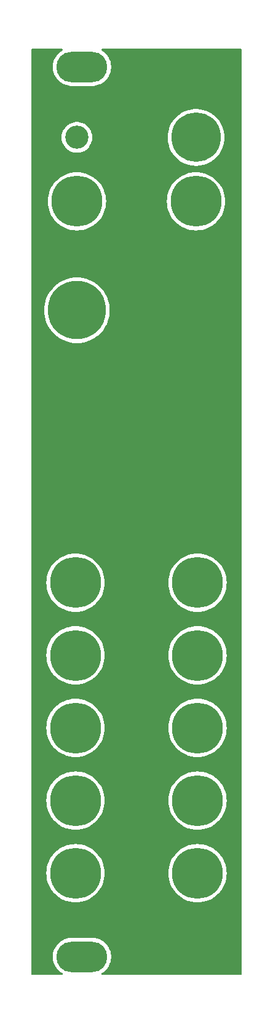
<source format=gbr>
%TF.GenerationSoftware,KiCad,Pcbnew,8.0.5+1*%
%TF.CreationDate,2024-11-27T03:26:51+08:00*%
%TF.ProjectId,MiniDiv v0.3 - Front,4d696e69-4469-4762-9076-302e33202d20,0.3*%
%TF.SameCoordinates,Original*%
%TF.FileFunction,Copper,L2,Bot*%
%TF.FilePolarity,Positive*%
%FSLAX46Y46*%
G04 Gerber Fmt 4.6, Leading zero omitted, Abs format (unit mm)*
G04 Created by KiCad (PCBNEW 8.0.5+1) date 2024-11-27 03:26:51*
%MOMM*%
%LPD*%
G01*
G04 APERTURE LIST*
%TA.AperFunction,WasherPad*%
%ADD10C,7.000000*%
%TD*%
%TA.AperFunction,WasherPad*%
%ADD11C,8.000000*%
%TD*%
%TA.AperFunction,ComponentPad*%
%ADD12O,7.000000X4.200000*%
%TD*%
%TA.AperFunction,ViaPad*%
%ADD13C,3.200000*%
%TD*%
%TA.AperFunction,ViaPad*%
%ADD14C,6.800000*%
%TD*%
G04 APERTURE END LIST*
D10*
%TO.P,REF\u002A\u002A,*%
%TO.N,*%
X78400000Y-144000000D03*
%TD*%
%TO.P,REF\u002A\u002A,*%
%TO.N,*%
X78400000Y-124000000D03*
%TD*%
%TO.P,REF\u002A\u002A,*%
%TO.N,*%
X78400000Y-114000000D03*
%TD*%
%TO.P,REF\u002A\u002A,*%
%TO.N,*%
X61600000Y-154000000D03*
%TD*%
%TO.P,REF\u002A\u002A,*%
%TO.N,*%
X78200000Y-61500000D03*
%TD*%
D11*
%TO.P,REF\u002A\u002A,*%
%TO.N,*%
X61800000Y-76500000D03*
%TD*%
D10*
%TO.P,REF\u002A\u002A,*%
%TO.N,*%
X78400000Y-134000000D03*
%TD*%
%TO.P,REF\u002A\u002A,*%
%TO.N,*%
X61600000Y-134000000D03*
%TD*%
%TO.P,REF\u002A\u002A,*%
%TO.N,*%
X78400000Y-154000000D03*
%TD*%
%TO.P,REF\u002A\u002A,*%
%TO.N,*%
X61800000Y-61500000D03*
%TD*%
D12*
%TO.P,REF\u002A\u002A,*%
%TO.N,*%
X62500000Y-43000000D03*
X62500000Y-165500000D03*
%TD*%
D10*
%TO.P,REF\u002A\u002A,*%
%TO.N,*%
X61600000Y-144000000D03*
%TD*%
%TO.P,REF\u002A\u002A,*%
%TO.N,*%
X61600000Y-124000000D03*
%TD*%
%TO.P,REF\u002A\u002A,*%
%TO.N,*%
X61600000Y-114000000D03*
%TD*%
D13*
%TO.N,*%
X61800000Y-52700000D03*
D14*
X78200000Y-52700000D03*
%TD*%
%TA.AperFunction,Conductor*%
%TO.N,GND*%
G36*
X59811658Y-40520185D02*
G01*
X59857413Y-40572989D01*
X59867357Y-40642147D01*
X59838332Y-40705703D01*
X59810591Y-40729494D01*
X59588155Y-40869259D01*
X59588153Y-40869260D01*
X59359102Y-41051921D01*
X59151921Y-41259102D01*
X58969260Y-41488153D01*
X58969259Y-41488155D01*
X58813381Y-41736233D01*
X58686264Y-42000193D01*
X58589501Y-42276725D01*
X58589497Y-42276737D01*
X58524304Y-42562368D01*
X58524302Y-42562384D01*
X58491500Y-42853505D01*
X58491500Y-43146494D01*
X58524302Y-43437615D01*
X58524304Y-43437631D01*
X58589497Y-43723262D01*
X58589501Y-43723274D01*
X58686264Y-43999806D01*
X58813381Y-44263766D01*
X58969259Y-44511844D01*
X58969260Y-44511846D01*
X59151921Y-44740897D01*
X59359102Y-44948078D01*
X59588153Y-45130739D01*
X59588156Y-45130740D01*
X59588158Y-45130742D01*
X59836231Y-45286617D01*
X60100197Y-45413737D01*
X60307892Y-45486412D01*
X60376725Y-45510498D01*
X60376737Y-45510502D01*
X60662372Y-45575696D01*
X60953505Y-45608499D01*
X60953506Y-45608500D01*
X60953510Y-45608500D01*
X64046494Y-45608500D01*
X64046494Y-45608499D01*
X64337628Y-45575696D01*
X64623263Y-45510502D01*
X64899803Y-45413737D01*
X65163769Y-45286617D01*
X65411842Y-45130742D01*
X65411846Y-45130739D01*
X65640897Y-44948078D01*
X65640899Y-44948075D01*
X65640904Y-44948072D01*
X65848072Y-44740904D01*
X66030742Y-44511842D01*
X66186617Y-44263769D01*
X66313737Y-43999803D01*
X66410502Y-43723263D01*
X66475696Y-43437628D01*
X66508500Y-43146490D01*
X66508500Y-42853510D01*
X66475696Y-42562372D01*
X66410502Y-42276737D01*
X66313737Y-42000197D01*
X66186617Y-41736231D01*
X66030742Y-41488158D01*
X66030740Y-41488155D01*
X66030739Y-41488153D01*
X65848078Y-41259102D01*
X65640897Y-41051921D01*
X65411846Y-40869260D01*
X65411844Y-40869259D01*
X65189409Y-40729494D01*
X65143118Y-40677159D01*
X65132470Y-40608106D01*
X65160845Y-40544257D01*
X65219234Y-40505885D01*
X65255381Y-40500500D01*
X84375500Y-40500500D01*
X84442539Y-40520185D01*
X84488294Y-40572989D01*
X84499500Y-40624500D01*
X84499500Y-167875500D01*
X84479815Y-167942539D01*
X84427011Y-167988294D01*
X84375500Y-167999500D01*
X65255381Y-167999500D01*
X65188342Y-167979815D01*
X65142587Y-167927011D01*
X65132643Y-167857853D01*
X65161668Y-167794297D01*
X65189409Y-167770506D01*
X65411842Y-167630742D01*
X65411846Y-167630739D01*
X65640897Y-167448078D01*
X65640899Y-167448075D01*
X65640904Y-167448072D01*
X65848072Y-167240904D01*
X66030742Y-167011842D01*
X66186617Y-166763769D01*
X66313737Y-166499803D01*
X66410502Y-166223263D01*
X66475696Y-165937628D01*
X66508500Y-165646490D01*
X66508500Y-165353510D01*
X66475696Y-165062372D01*
X66410502Y-164776737D01*
X66313737Y-164500197D01*
X66186617Y-164236231D01*
X66030742Y-163988158D01*
X66030740Y-163988155D01*
X66030739Y-163988153D01*
X65848078Y-163759102D01*
X65640897Y-163551921D01*
X65411846Y-163369260D01*
X65411844Y-163369259D01*
X65163766Y-163213381D01*
X64899806Y-163086264D01*
X64623274Y-162989501D01*
X64623262Y-162989497D01*
X64337631Y-162924304D01*
X64337615Y-162924302D01*
X64046494Y-162891500D01*
X64046490Y-162891500D01*
X60953510Y-162891500D01*
X60953506Y-162891500D01*
X60662384Y-162924302D01*
X60662368Y-162924304D01*
X60376737Y-162989497D01*
X60376725Y-162989501D01*
X60100193Y-163086264D01*
X59836233Y-163213381D01*
X59588155Y-163369259D01*
X59588153Y-163369260D01*
X59359102Y-163551921D01*
X59151921Y-163759102D01*
X58969260Y-163988153D01*
X58969259Y-163988155D01*
X58813381Y-164236233D01*
X58686264Y-164500193D01*
X58589501Y-164776725D01*
X58589497Y-164776737D01*
X58524304Y-165062368D01*
X58524302Y-165062384D01*
X58491500Y-165353505D01*
X58491500Y-165646494D01*
X58524302Y-165937615D01*
X58524304Y-165937631D01*
X58589497Y-166223262D01*
X58589501Y-166223274D01*
X58686264Y-166499806D01*
X58813381Y-166763766D01*
X58969259Y-167011844D01*
X58969260Y-167011846D01*
X59151921Y-167240897D01*
X59359102Y-167448078D01*
X59588153Y-167630739D01*
X59588155Y-167630740D01*
X59810591Y-167770506D01*
X59856882Y-167822841D01*
X59867530Y-167891894D01*
X59839155Y-167955743D01*
X59780766Y-167994115D01*
X59744619Y-167999500D01*
X55624500Y-167999500D01*
X55557461Y-167979815D01*
X55511706Y-167927011D01*
X55500500Y-167875500D01*
X55500500Y-154000000D01*
X57586666Y-154000000D01*
X57605991Y-154393376D01*
X57605991Y-154393381D01*
X57605992Y-154393385D01*
X57663780Y-154782959D01*
X57759482Y-155165019D01*
X57892155Y-155535816D01*
X57892163Y-155535836D01*
X58060555Y-155891873D01*
X58060558Y-155891878D01*
X58060559Y-155891880D01*
X58263033Y-156229686D01*
X58497655Y-156546037D01*
X58762143Y-156837856D01*
X59053962Y-157102344D01*
X59053968Y-157102349D01*
X59370311Y-157336965D01*
X59708127Y-157539445D01*
X60064164Y-157707837D01*
X60064178Y-157707842D01*
X60064183Y-157707844D01*
X60345516Y-157808506D01*
X60434991Y-157840521D01*
X60817037Y-157936219D01*
X61206624Y-157994009D01*
X61600000Y-158013334D01*
X61993376Y-157994009D01*
X62382963Y-157936219D01*
X62765009Y-157840521D01*
X63135836Y-157707837D01*
X63491873Y-157539445D01*
X63829689Y-157336965D01*
X64146032Y-157102349D01*
X64437856Y-156837856D01*
X64702349Y-156546032D01*
X64936965Y-156229689D01*
X65139445Y-155891873D01*
X65307837Y-155535836D01*
X65440521Y-155165009D01*
X65536219Y-154782963D01*
X65594009Y-154393376D01*
X65613334Y-154000000D01*
X74386666Y-154000000D01*
X74405991Y-154393376D01*
X74405991Y-154393381D01*
X74405992Y-154393385D01*
X74463780Y-154782959D01*
X74559482Y-155165019D01*
X74692155Y-155535816D01*
X74692163Y-155535836D01*
X74860555Y-155891873D01*
X74860558Y-155891878D01*
X74860559Y-155891880D01*
X75063033Y-156229686D01*
X75297655Y-156546037D01*
X75562143Y-156837856D01*
X75853962Y-157102344D01*
X75853968Y-157102349D01*
X76170311Y-157336965D01*
X76508127Y-157539445D01*
X76864164Y-157707837D01*
X76864178Y-157707842D01*
X76864183Y-157707844D01*
X77145516Y-157808506D01*
X77234991Y-157840521D01*
X77617037Y-157936219D01*
X78006624Y-157994009D01*
X78400000Y-158013334D01*
X78793376Y-157994009D01*
X79182963Y-157936219D01*
X79565009Y-157840521D01*
X79935836Y-157707837D01*
X80291873Y-157539445D01*
X80629689Y-157336965D01*
X80946032Y-157102349D01*
X81237856Y-156837856D01*
X81502349Y-156546032D01*
X81736965Y-156229689D01*
X81939445Y-155891873D01*
X82107837Y-155535836D01*
X82240521Y-155165009D01*
X82336219Y-154782963D01*
X82394009Y-154393376D01*
X82413334Y-154000000D01*
X82394009Y-153606624D01*
X82336219Y-153217037D01*
X82240521Y-152834991D01*
X82107837Y-152464164D01*
X81939445Y-152108127D01*
X81736965Y-151770311D01*
X81502349Y-151453968D01*
X81502344Y-151453962D01*
X81237856Y-151162143D01*
X80946037Y-150897655D01*
X80629686Y-150663033D01*
X80291880Y-150460559D01*
X80291878Y-150460558D01*
X80291873Y-150460555D01*
X79935836Y-150292163D01*
X79935816Y-150292155D01*
X79565019Y-150159482D01*
X79565013Y-150159480D01*
X79565009Y-150159479D01*
X79182963Y-150063781D01*
X79182962Y-150063780D01*
X79182959Y-150063780D01*
X78793385Y-150005992D01*
X78793381Y-150005991D01*
X78793376Y-150005991D01*
X78400000Y-149986666D01*
X78006624Y-150005991D01*
X78006618Y-150005991D01*
X78006614Y-150005992D01*
X77617040Y-150063780D01*
X77424497Y-150112009D01*
X77234991Y-150159479D01*
X77234988Y-150159479D01*
X77234980Y-150159482D01*
X76864183Y-150292155D01*
X76864163Y-150292163D01*
X76508119Y-150460559D01*
X76170313Y-150663033D01*
X75853962Y-150897655D01*
X75562143Y-151162143D01*
X75297655Y-151453962D01*
X75063033Y-151770313D01*
X74860559Y-152108119D01*
X74692163Y-152464163D01*
X74692155Y-152464183D01*
X74559482Y-152834980D01*
X74463780Y-153217040D01*
X74405992Y-153606614D01*
X74405991Y-153606624D01*
X74386666Y-154000000D01*
X65613334Y-154000000D01*
X65594009Y-153606624D01*
X65536219Y-153217037D01*
X65440521Y-152834991D01*
X65307837Y-152464164D01*
X65139445Y-152108127D01*
X64936965Y-151770311D01*
X64702349Y-151453968D01*
X64702344Y-151453962D01*
X64437856Y-151162143D01*
X64146037Y-150897655D01*
X63829686Y-150663033D01*
X63491880Y-150460559D01*
X63491878Y-150460558D01*
X63491873Y-150460555D01*
X63135836Y-150292163D01*
X63135816Y-150292155D01*
X62765019Y-150159482D01*
X62765013Y-150159480D01*
X62765009Y-150159479D01*
X62382963Y-150063781D01*
X62382962Y-150063780D01*
X62382959Y-150063780D01*
X61993385Y-150005992D01*
X61993381Y-150005991D01*
X61993376Y-150005991D01*
X61600000Y-149986666D01*
X61206624Y-150005991D01*
X61206618Y-150005991D01*
X61206614Y-150005992D01*
X60817040Y-150063780D01*
X60624497Y-150112009D01*
X60434991Y-150159479D01*
X60434988Y-150159479D01*
X60434980Y-150159482D01*
X60064183Y-150292155D01*
X60064163Y-150292163D01*
X59708119Y-150460559D01*
X59370313Y-150663033D01*
X59053962Y-150897655D01*
X58762143Y-151162143D01*
X58497655Y-151453962D01*
X58263033Y-151770313D01*
X58060559Y-152108119D01*
X57892163Y-152464163D01*
X57892155Y-152464183D01*
X57759482Y-152834980D01*
X57663780Y-153217040D01*
X57605992Y-153606614D01*
X57605991Y-153606624D01*
X57586666Y-154000000D01*
X55500500Y-154000000D01*
X55500500Y-144000000D01*
X57586666Y-144000000D01*
X57605991Y-144393376D01*
X57605991Y-144393381D01*
X57605992Y-144393385D01*
X57663780Y-144782959D01*
X57759482Y-145165019D01*
X57892155Y-145535816D01*
X57892163Y-145535836D01*
X58060555Y-145891873D01*
X58060558Y-145891878D01*
X58060559Y-145891880D01*
X58263033Y-146229686D01*
X58497655Y-146546037D01*
X58762143Y-146837856D01*
X59053962Y-147102344D01*
X59053968Y-147102349D01*
X59370311Y-147336965D01*
X59708127Y-147539445D01*
X60064164Y-147707837D01*
X60064178Y-147707842D01*
X60064183Y-147707844D01*
X60345516Y-147808506D01*
X60434991Y-147840521D01*
X60817037Y-147936219D01*
X61206624Y-147994009D01*
X61600000Y-148013334D01*
X61993376Y-147994009D01*
X62382963Y-147936219D01*
X62765009Y-147840521D01*
X63135836Y-147707837D01*
X63491873Y-147539445D01*
X63829689Y-147336965D01*
X64146032Y-147102349D01*
X64437856Y-146837856D01*
X64702349Y-146546032D01*
X64936965Y-146229689D01*
X65139445Y-145891873D01*
X65307837Y-145535836D01*
X65440521Y-145165009D01*
X65536219Y-144782963D01*
X65594009Y-144393376D01*
X65613334Y-144000000D01*
X74386666Y-144000000D01*
X74405991Y-144393376D01*
X74405991Y-144393381D01*
X74405992Y-144393385D01*
X74463780Y-144782959D01*
X74559482Y-145165019D01*
X74692155Y-145535816D01*
X74692163Y-145535836D01*
X74860555Y-145891873D01*
X74860558Y-145891878D01*
X74860559Y-145891880D01*
X75063033Y-146229686D01*
X75297655Y-146546037D01*
X75562143Y-146837856D01*
X75853962Y-147102344D01*
X75853968Y-147102349D01*
X76170311Y-147336965D01*
X76508127Y-147539445D01*
X76864164Y-147707837D01*
X76864178Y-147707842D01*
X76864183Y-147707844D01*
X77145516Y-147808506D01*
X77234991Y-147840521D01*
X77617037Y-147936219D01*
X78006624Y-147994009D01*
X78400000Y-148013334D01*
X78793376Y-147994009D01*
X79182963Y-147936219D01*
X79565009Y-147840521D01*
X79935836Y-147707837D01*
X80291873Y-147539445D01*
X80629689Y-147336965D01*
X80946032Y-147102349D01*
X81237856Y-146837856D01*
X81502349Y-146546032D01*
X81736965Y-146229689D01*
X81939445Y-145891873D01*
X82107837Y-145535836D01*
X82240521Y-145165009D01*
X82336219Y-144782963D01*
X82394009Y-144393376D01*
X82413334Y-144000000D01*
X82394009Y-143606624D01*
X82336219Y-143217037D01*
X82240521Y-142834991D01*
X82107837Y-142464164D01*
X81939445Y-142108127D01*
X81736965Y-141770311D01*
X81502349Y-141453968D01*
X81502344Y-141453962D01*
X81237856Y-141162143D01*
X80946037Y-140897655D01*
X80629686Y-140663033D01*
X80291880Y-140460559D01*
X80291878Y-140460558D01*
X80291873Y-140460555D01*
X79935836Y-140292163D01*
X79935816Y-140292155D01*
X79565019Y-140159482D01*
X79565013Y-140159480D01*
X79565009Y-140159479D01*
X79182963Y-140063781D01*
X79182962Y-140063780D01*
X79182959Y-140063780D01*
X78793385Y-140005992D01*
X78793381Y-140005991D01*
X78793376Y-140005991D01*
X78400000Y-139986666D01*
X78006624Y-140005991D01*
X78006618Y-140005991D01*
X78006614Y-140005992D01*
X77617040Y-140063780D01*
X77424497Y-140112009D01*
X77234991Y-140159479D01*
X77234988Y-140159479D01*
X77234980Y-140159482D01*
X76864183Y-140292155D01*
X76864163Y-140292163D01*
X76508119Y-140460559D01*
X76170313Y-140663033D01*
X75853962Y-140897655D01*
X75562143Y-141162143D01*
X75297655Y-141453962D01*
X75063033Y-141770313D01*
X74860559Y-142108119D01*
X74692163Y-142464163D01*
X74692155Y-142464183D01*
X74559482Y-142834980D01*
X74463780Y-143217040D01*
X74405992Y-143606614D01*
X74405991Y-143606624D01*
X74386666Y-144000000D01*
X65613334Y-144000000D01*
X65594009Y-143606624D01*
X65536219Y-143217037D01*
X65440521Y-142834991D01*
X65307837Y-142464164D01*
X65139445Y-142108127D01*
X64936965Y-141770311D01*
X64702349Y-141453968D01*
X64702344Y-141453962D01*
X64437856Y-141162143D01*
X64146037Y-140897655D01*
X63829686Y-140663033D01*
X63491880Y-140460559D01*
X63491878Y-140460558D01*
X63491873Y-140460555D01*
X63135836Y-140292163D01*
X63135816Y-140292155D01*
X62765019Y-140159482D01*
X62765013Y-140159480D01*
X62765009Y-140159479D01*
X62382963Y-140063781D01*
X62382962Y-140063780D01*
X62382959Y-140063780D01*
X61993385Y-140005992D01*
X61993381Y-140005991D01*
X61993376Y-140005991D01*
X61600000Y-139986666D01*
X61206624Y-140005991D01*
X61206618Y-140005991D01*
X61206614Y-140005992D01*
X60817040Y-140063780D01*
X60624497Y-140112009D01*
X60434991Y-140159479D01*
X60434988Y-140159479D01*
X60434980Y-140159482D01*
X60064183Y-140292155D01*
X60064163Y-140292163D01*
X59708119Y-140460559D01*
X59370313Y-140663033D01*
X59053962Y-140897655D01*
X58762143Y-141162143D01*
X58497655Y-141453962D01*
X58263033Y-141770313D01*
X58060559Y-142108119D01*
X57892163Y-142464163D01*
X57892155Y-142464183D01*
X57759482Y-142834980D01*
X57663780Y-143217040D01*
X57605992Y-143606614D01*
X57605991Y-143606624D01*
X57586666Y-144000000D01*
X55500500Y-144000000D01*
X55500500Y-134000000D01*
X57586666Y-134000000D01*
X57605991Y-134393376D01*
X57605991Y-134393381D01*
X57605992Y-134393385D01*
X57663780Y-134782959D01*
X57759482Y-135165019D01*
X57892155Y-135535816D01*
X57892163Y-135535836D01*
X58060555Y-135891873D01*
X58060558Y-135891878D01*
X58060559Y-135891880D01*
X58263033Y-136229686D01*
X58497655Y-136546037D01*
X58762143Y-136837856D01*
X59053962Y-137102344D01*
X59053968Y-137102349D01*
X59370311Y-137336965D01*
X59708127Y-137539445D01*
X60064164Y-137707837D01*
X60064178Y-137707842D01*
X60064183Y-137707844D01*
X60345516Y-137808506D01*
X60434991Y-137840521D01*
X60817037Y-137936219D01*
X61206624Y-137994009D01*
X61600000Y-138013334D01*
X61993376Y-137994009D01*
X62382963Y-137936219D01*
X62765009Y-137840521D01*
X63135836Y-137707837D01*
X63491873Y-137539445D01*
X63829689Y-137336965D01*
X64146032Y-137102349D01*
X64437856Y-136837856D01*
X64702349Y-136546032D01*
X64936965Y-136229689D01*
X65139445Y-135891873D01*
X65307837Y-135535836D01*
X65440521Y-135165009D01*
X65536219Y-134782963D01*
X65594009Y-134393376D01*
X65613334Y-134000000D01*
X74386666Y-134000000D01*
X74405991Y-134393376D01*
X74405991Y-134393381D01*
X74405992Y-134393385D01*
X74463780Y-134782959D01*
X74559482Y-135165019D01*
X74692155Y-135535816D01*
X74692163Y-135535836D01*
X74860555Y-135891873D01*
X74860558Y-135891878D01*
X74860559Y-135891880D01*
X75063033Y-136229686D01*
X75297655Y-136546037D01*
X75562143Y-136837856D01*
X75853962Y-137102344D01*
X75853968Y-137102349D01*
X76170311Y-137336965D01*
X76508127Y-137539445D01*
X76864164Y-137707837D01*
X76864178Y-137707842D01*
X76864183Y-137707844D01*
X77145516Y-137808506D01*
X77234991Y-137840521D01*
X77617037Y-137936219D01*
X78006624Y-137994009D01*
X78400000Y-138013334D01*
X78793376Y-137994009D01*
X79182963Y-137936219D01*
X79565009Y-137840521D01*
X79935836Y-137707837D01*
X80291873Y-137539445D01*
X80629689Y-137336965D01*
X80946032Y-137102349D01*
X81237856Y-136837856D01*
X81502349Y-136546032D01*
X81736965Y-136229689D01*
X81939445Y-135891873D01*
X82107837Y-135535836D01*
X82240521Y-135165009D01*
X82336219Y-134782963D01*
X82394009Y-134393376D01*
X82413334Y-134000000D01*
X82394009Y-133606624D01*
X82336219Y-133217037D01*
X82240521Y-132834991D01*
X82107837Y-132464164D01*
X81939445Y-132108127D01*
X81736965Y-131770311D01*
X81502349Y-131453968D01*
X81502344Y-131453962D01*
X81237856Y-131162143D01*
X80946037Y-130897655D01*
X80629686Y-130663033D01*
X80291880Y-130460559D01*
X80291878Y-130460558D01*
X80291873Y-130460555D01*
X79935836Y-130292163D01*
X79935816Y-130292155D01*
X79565019Y-130159482D01*
X79565013Y-130159480D01*
X79565009Y-130159479D01*
X79182963Y-130063781D01*
X79182962Y-130063780D01*
X79182959Y-130063780D01*
X78793385Y-130005992D01*
X78793381Y-130005991D01*
X78793376Y-130005991D01*
X78400000Y-129986666D01*
X78006624Y-130005991D01*
X78006618Y-130005991D01*
X78006614Y-130005992D01*
X77617040Y-130063780D01*
X77424497Y-130112009D01*
X77234991Y-130159479D01*
X77234988Y-130159479D01*
X77234980Y-130159482D01*
X76864183Y-130292155D01*
X76864163Y-130292163D01*
X76508119Y-130460559D01*
X76170313Y-130663033D01*
X75853962Y-130897655D01*
X75562143Y-131162143D01*
X75297655Y-131453962D01*
X75063033Y-131770313D01*
X74860559Y-132108119D01*
X74692163Y-132464163D01*
X74692155Y-132464183D01*
X74559482Y-132834980D01*
X74463780Y-133217040D01*
X74405992Y-133606614D01*
X74405991Y-133606624D01*
X74386666Y-134000000D01*
X65613334Y-134000000D01*
X65594009Y-133606624D01*
X65536219Y-133217037D01*
X65440521Y-132834991D01*
X65307837Y-132464164D01*
X65139445Y-132108127D01*
X64936965Y-131770311D01*
X64702349Y-131453968D01*
X64702344Y-131453962D01*
X64437856Y-131162143D01*
X64146037Y-130897655D01*
X63829686Y-130663033D01*
X63491880Y-130460559D01*
X63491878Y-130460558D01*
X63491873Y-130460555D01*
X63135836Y-130292163D01*
X63135816Y-130292155D01*
X62765019Y-130159482D01*
X62765013Y-130159480D01*
X62765009Y-130159479D01*
X62382963Y-130063781D01*
X62382962Y-130063780D01*
X62382959Y-130063780D01*
X61993385Y-130005992D01*
X61993381Y-130005991D01*
X61993376Y-130005991D01*
X61600000Y-129986666D01*
X61206624Y-130005991D01*
X61206618Y-130005991D01*
X61206614Y-130005992D01*
X60817040Y-130063780D01*
X60624497Y-130112009D01*
X60434991Y-130159479D01*
X60434988Y-130159479D01*
X60434980Y-130159482D01*
X60064183Y-130292155D01*
X60064163Y-130292163D01*
X59708119Y-130460559D01*
X59370313Y-130663033D01*
X59053962Y-130897655D01*
X58762143Y-131162143D01*
X58497655Y-131453962D01*
X58263033Y-131770313D01*
X58060559Y-132108119D01*
X57892163Y-132464163D01*
X57892155Y-132464183D01*
X57759482Y-132834980D01*
X57663780Y-133217040D01*
X57605992Y-133606614D01*
X57605991Y-133606624D01*
X57586666Y-134000000D01*
X55500500Y-134000000D01*
X55500500Y-124000000D01*
X57586666Y-124000000D01*
X57605991Y-124393376D01*
X57605991Y-124393381D01*
X57605992Y-124393385D01*
X57663780Y-124782959D01*
X57759482Y-125165019D01*
X57892155Y-125535816D01*
X57892163Y-125535836D01*
X58060555Y-125891873D01*
X58060558Y-125891878D01*
X58060559Y-125891880D01*
X58263033Y-126229686D01*
X58497655Y-126546037D01*
X58762143Y-126837856D01*
X59053962Y-127102344D01*
X59053968Y-127102349D01*
X59370311Y-127336965D01*
X59708127Y-127539445D01*
X60064164Y-127707837D01*
X60064178Y-127707842D01*
X60064183Y-127707844D01*
X60345516Y-127808506D01*
X60434991Y-127840521D01*
X60817037Y-127936219D01*
X61206624Y-127994009D01*
X61600000Y-128013334D01*
X61993376Y-127994009D01*
X62382963Y-127936219D01*
X62765009Y-127840521D01*
X63135836Y-127707837D01*
X63491873Y-127539445D01*
X63829689Y-127336965D01*
X64146032Y-127102349D01*
X64437856Y-126837856D01*
X64702349Y-126546032D01*
X64936965Y-126229689D01*
X65139445Y-125891873D01*
X65307837Y-125535836D01*
X65440521Y-125165009D01*
X65536219Y-124782963D01*
X65594009Y-124393376D01*
X65613334Y-124000000D01*
X74386666Y-124000000D01*
X74405991Y-124393376D01*
X74405991Y-124393381D01*
X74405992Y-124393385D01*
X74463780Y-124782959D01*
X74559482Y-125165019D01*
X74692155Y-125535816D01*
X74692163Y-125535836D01*
X74860555Y-125891873D01*
X74860558Y-125891878D01*
X74860559Y-125891880D01*
X75063033Y-126229686D01*
X75297655Y-126546037D01*
X75562143Y-126837856D01*
X75853962Y-127102344D01*
X75853968Y-127102349D01*
X76170311Y-127336965D01*
X76508127Y-127539445D01*
X76864164Y-127707837D01*
X76864178Y-127707842D01*
X76864183Y-127707844D01*
X77145516Y-127808506D01*
X77234991Y-127840521D01*
X77617037Y-127936219D01*
X78006624Y-127994009D01*
X78400000Y-128013334D01*
X78793376Y-127994009D01*
X79182963Y-127936219D01*
X79565009Y-127840521D01*
X79935836Y-127707837D01*
X80291873Y-127539445D01*
X80629689Y-127336965D01*
X80946032Y-127102349D01*
X81237856Y-126837856D01*
X81502349Y-126546032D01*
X81736965Y-126229689D01*
X81939445Y-125891873D01*
X82107837Y-125535836D01*
X82240521Y-125165009D01*
X82336219Y-124782963D01*
X82394009Y-124393376D01*
X82413334Y-124000000D01*
X82394009Y-123606624D01*
X82336219Y-123217037D01*
X82240521Y-122834991D01*
X82107837Y-122464164D01*
X81939445Y-122108127D01*
X81736965Y-121770311D01*
X81502349Y-121453968D01*
X81502344Y-121453962D01*
X81237856Y-121162143D01*
X80946037Y-120897655D01*
X80629686Y-120663033D01*
X80291880Y-120460559D01*
X80291878Y-120460558D01*
X80291873Y-120460555D01*
X79935836Y-120292163D01*
X79935816Y-120292155D01*
X79565019Y-120159482D01*
X79565013Y-120159480D01*
X79565009Y-120159479D01*
X79182963Y-120063781D01*
X79182962Y-120063780D01*
X79182959Y-120063780D01*
X78793385Y-120005992D01*
X78793381Y-120005991D01*
X78793376Y-120005991D01*
X78400000Y-119986666D01*
X78006624Y-120005991D01*
X78006618Y-120005991D01*
X78006614Y-120005992D01*
X77617040Y-120063780D01*
X77424497Y-120112009D01*
X77234991Y-120159479D01*
X77234988Y-120159479D01*
X77234980Y-120159482D01*
X76864183Y-120292155D01*
X76864163Y-120292163D01*
X76508119Y-120460559D01*
X76170313Y-120663033D01*
X75853962Y-120897655D01*
X75562143Y-121162143D01*
X75297655Y-121453962D01*
X75063033Y-121770313D01*
X74860559Y-122108119D01*
X74692163Y-122464163D01*
X74692155Y-122464183D01*
X74559482Y-122834980D01*
X74463780Y-123217040D01*
X74405992Y-123606614D01*
X74405991Y-123606624D01*
X74386666Y-124000000D01*
X65613334Y-124000000D01*
X65594009Y-123606624D01*
X65536219Y-123217037D01*
X65440521Y-122834991D01*
X65307837Y-122464164D01*
X65139445Y-122108127D01*
X64936965Y-121770311D01*
X64702349Y-121453968D01*
X64702344Y-121453962D01*
X64437856Y-121162143D01*
X64146037Y-120897655D01*
X63829686Y-120663033D01*
X63491880Y-120460559D01*
X63491878Y-120460558D01*
X63491873Y-120460555D01*
X63135836Y-120292163D01*
X63135816Y-120292155D01*
X62765019Y-120159482D01*
X62765013Y-120159480D01*
X62765009Y-120159479D01*
X62382963Y-120063781D01*
X62382962Y-120063780D01*
X62382959Y-120063780D01*
X61993385Y-120005992D01*
X61993381Y-120005991D01*
X61993376Y-120005991D01*
X61600000Y-119986666D01*
X61206624Y-120005991D01*
X61206618Y-120005991D01*
X61206614Y-120005992D01*
X60817040Y-120063780D01*
X60624497Y-120112009D01*
X60434991Y-120159479D01*
X60434988Y-120159479D01*
X60434980Y-120159482D01*
X60064183Y-120292155D01*
X60064163Y-120292163D01*
X59708119Y-120460559D01*
X59370313Y-120663033D01*
X59053962Y-120897655D01*
X58762143Y-121162143D01*
X58497655Y-121453962D01*
X58263033Y-121770313D01*
X58060559Y-122108119D01*
X57892163Y-122464163D01*
X57892155Y-122464183D01*
X57759482Y-122834980D01*
X57663780Y-123217040D01*
X57605992Y-123606614D01*
X57605991Y-123606624D01*
X57586666Y-124000000D01*
X55500500Y-124000000D01*
X55500500Y-114000000D01*
X57586666Y-114000000D01*
X57605991Y-114393376D01*
X57605991Y-114393381D01*
X57605992Y-114393385D01*
X57663780Y-114782959D01*
X57759482Y-115165019D01*
X57892155Y-115535816D01*
X57892163Y-115535836D01*
X58060555Y-115891873D01*
X58060558Y-115891878D01*
X58060559Y-115891880D01*
X58263033Y-116229686D01*
X58497655Y-116546037D01*
X58762143Y-116837856D01*
X59053962Y-117102344D01*
X59053968Y-117102349D01*
X59370311Y-117336965D01*
X59708127Y-117539445D01*
X60064164Y-117707837D01*
X60064178Y-117707842D01*
X60064183Y-117707844D01*
X60345516Y-117808506D01*
X60434991Y-117840521D01*
X60817037Y-117936219D01*
X61206624Y-117994009D01*
X61600000Y-118013334D01*
X61993376Y-117994009D01*
X62382963Y-117936219D01*
X62765009Y-117840521D01*
X63135836Y-117707837D01*
X63491873Y-117539445D01*
X63829689Y-117336965D01*
X64146032Y-117102349D01*
X64437856Y-116837856D01*
X64702349Y-116546032D01*
X64936965Y-116229689D01*
X65139445Y-115891873D01*
X65307837Y-115535836D01*
X65440521Y-115165009D01*
X65536219Y-114782963D01*
X65594009Y-114393376D01*
X65613334Y-114000000D01*
X74386666Y-114000000D01*
X74405991Y-114393376D01*
X74405991Y-114393381D01*
X74405992Y-114393385D01*
X74463780Y-114782959D01*
X74559482Y-115165019D01*
X74692155Y-115535816D01*
X74692163Y-115535836D01*
X74860555Y-115891873D01*
X74860558Y-115891878D01*
X74860559Y-115891880D01*
X75063033Y-116229686D01*
X75297655Y-116546037D01*
X75562143Y-116837856D01*
X75853962Y-117102344D01*
X75853968Y-117102349D01*
X76170311Y-117336965D01*
X76508127Y-117539445D01*
X76864164Y-117707837D01*
X76864178Y-117707842D01*
X76864183Y-117707844D01*
X77145516Y-117808506D01*
X77234991Y-117840521D01*
X77617037Y-117936219D01*
X78006624Y-117994009D01*
X78400000Y-118013334D01*
X78793376Y-117994009D01*
X79182963Y-117936219D01*
X79565009Y-117840521D01*
X79935836Y-117707837D01*
X80291873Y-117539445D01*
X80629689Y-117336965D01*
X80946032Y-117102349D01*
X81237856Y-116837856D01*
X81502349Y-116546032D01*
X81736965Y-116229689D01*
X81939445Y-115891873D01*
X82107837Y-115535836D01*
X82240521Y-115165009D01*
X82336219Y-114782963D01*
X82394009Y-114393376D01*
X82413334Y-114000000D01*
X82394009Y-113606624D01*
X82336219Y-113217037D01*
X82240521Y-112834991D01*
X82107837Y-112464164D01*
X81939445Y-112108127D01*
X81736965Y-111770311D01*
X81502349Y-111453968D01*
X81502344Y-111453962D01*
X81237856Y-111162143D01*
X80946037Y-110897655D01*
X80629686Y-110663033D01*
X80291880Y-110460559D01*
X80291878Y-110460558D01*
X80291873Y-110460555D01*
X79935836Y-110292163D01*
X79935816Y-110292155D01*
X79565019Y-110159482D01*
X79565013Y-110159480D01*
X79565009Y-110159479D01*
X79182963Y-110063781D01*
X79182962Y-110063780D01*
X79182959Y-110063780D01*
X78793385Y-110005992D01*
X78793381Y-110005991D01*
X78793376Y-110005991D01*
X78400000Y-109986666D01*
X78006624Y-110005991D01*
X78006618Y-110005991D01*
X78006614Y-110005992D01*
X77617040Y-110063780D01*
X77424497Y-110112009D01*
X77234991Y-110159479D01*
X77234988Y-110159479D01*
X77234980Y-110159482D01*
X76864183Y-110292155D01*
X76864163Y-110292163D01*
X76508119Y-110460559D01*
X76170313Y-110663033D01*
X75853962Y-110897655D01*
X75562143Y-111162143D01*
X75297655Y-111453962D01*
X75063033Y-111770313D01*
X74860559Y-112108119D01*
X74692163Y-112464163D01*
X74692155Y-112464183D01*
X74559482Y-112834980D01*
X74463780Y-113217040D01*
X74405992Y-113606614D01*
X74405991Y-113606624D01*
X74386666Y-114000000D01*
X65613334Y-114000000D01*
X65594009Y-113606624D01*
X65536219Y-113217037D01*
X65440521Y-112834991D01*
X65307837Y-112464164D01*
X65139445Y-112108127D01*
X64936965Y-111770311D01*
X64702349Y-111453968D01*
X64702344Y-111453962D01*
X64437856Y-111162143D01*
X64146037Y-110897655D01*
X63829686Y-110663033D01*
X63491880Y-110460559D01*
X63491878Y-110460558D01*
X63491873Y-110460555D01*
X63135836Y-110292163D01*
X63135816Y-110292155D01*
X62765019Y-110159482D01*
X62765013Y-110159480D01*
X62765009Y-110159479D01*
X62382963Y-110063781D01*
X62382962Y-110063780D01*
X62382959Y-110063780D01*
X61993385Y-110005992D01*
X61993381Y-110005991D01*
X61993376Y-110005991D01*
X61600000Y-109986666D01*
X61206624Y-110005991D01*
X61206618Y-110005991D01*
X61206614Y-110005992D01*
X60817040Y-110063780D01*
X60624497Y-110112009D01*
X60434991Y-110159479D01*
X60434988Y-110159479D01*
X60434980Y-110159482D01*
X60064183Y-110292155D01*
X60064163Y-110292163D01*
X59708119Y-110460559D01*
X59370313Y-110663033D01*
X59053962Y-110897655D01*
X58762143Y-111162143D01*
X58497655Y-111453962D01*
X58263033Y-111770313D01*
X58060559Y-112108119D01*
X57892163Y-112464163D01*
X57892155Y-112464183D01*
X57759482Y-112834980D01*
X57663780Y-113217040D01*
X57605992Y-113606614D01*
X57605991Y-113606624D01*
X57586666Y-114000000D01*
X55500500Y-114000000D01*
X55500500Y-76500000D01*
X57286684Y-76500000D01*
X57305937Y-76916436D01*
X57305937Y-76916442D01*
X57305938Y-76916444D01*
X57363532Y-77329320D01*
X57363533Y-77329325D01*
X57458976Y-77735125D01*
X57591462Y-78130409D01*
X57591463Y-78130413D01*
X57759836Y-78511739D01*
X57759841Y-78511749D01*
X57759845Y-78511758D01*
X57759849Y-78511766D01*
X57759850Y-78511767D01*
X57962696Y-78875947D01*
X57962700Y-78875954D01*
X58198297Y-79219884D01*
X58464609Y-79540589D01*
X58464619Y-79540601D01*
X58759399Y-79835381D01*
X58759410Y-79835390D01*
X59080115Y-80101702D01*
X59424045Y-80337299D01*
X59788242Y-80540155D01*
X59788259Y-80540162D01*
X59788260Y-80540163D01*
X60169586Y-80708536D01*
X60169590Y-80708537D01*
X60169592Y-80708537D01*
X60169602Y-80708542D01*
X60564872Y-80841023D01*
X60970680Y-80936468D01*
X61383564Y-80994063D01*
X61800000Y-81013316D01*
X62216436Y-80994063D01*
X62629320Y-80936468D01*
X63035128Y-80841023D01*
X63430398Y-80708542D01*
X63430409Y-80708536D01*
X63430413Y-80708536D01*
X63665108Y-80604907D01*
X63811758Y-80540155D01*
X64175955Y-80337299D01*
X64519881Y-80101704D01*
X64519880Y-80101704D01*
X64519884Y-80101702D01*
X64628081Y-80011854D01*
X64840601Y-79835381D01*
X65135381Y-79540601D01*
X65401704Y-79219881D01*
X65637299Y-78875955D01*
X65840155Y-78511758D01*
X65904907Y-78365108D01*
X66008536Y-78130413D01*
X66008537Y-78130409D01*
X66008542Y-78130398D01*
X66141023Y-77735128D01*
X66236468Y-77329320D01*
X66294063Y-76916436D01*
X66313316Y-76500000D01*
X66294063Y-76083564D01*
X66236468Y-75670680D01*
X66141023Y-75264872D01*
X66008542Y-74869602D01*
X66008537Y-74869590D01*
X66008536Y-74869586D01*
X65840163Y-74488260D01*
X65840162Y-74488259D01*
X65840155Y-74488242D01*
X65637299Y-74124045D01*
X65401702Y-73780115D01*
X65135390Y-73459410D01*
X65135381Y-73459399D01*
X64840601Y-73164619D01*
X64840589Y-73164609D01*
X64519884Y-72898297D01*
X64175954Y-72662700D01*
X64175947Y-72662696D01*
X63811767Y-72459850D01*
X63811766Y-72459849D01*
X63811758Y-72459845D01*
X63811749Y-72459841D01*
X63811739Y-72459836D01*
X63430413Y-72291463D01*
X63430409Y-72291462D01*
X63430400Y-72291459D01*
X63430398Y-72291458D01*
X63035128Y-72158977D01*
X63035127Y-72158976D01*
X63035125Y-72158976D01*
X62629325Y-72063533D01*
X62629320Y-72063532D01*
X62216444Y-72005938D01*
X62216442Y-72005937D01*
X62216436Y-72005937D01*
X61800000Y-71986684D01*
X61383564Y-72005937D01*
X61383557Y-72005937D01*
X61383555Y-72005938D01*
X60970679Y-72063532D01*
X60970674Y-72063533D01*
X60564874Y-72158976D01*
X60169590Y-72291462D01*
X60169586Y-72291463D01*
X59788260Y-72459836D01*
X59788232Y-72459850D01*
X59424052Y-72662696D01*
X59424045Y-72662700D01*
X59080115Y-72898297D01*
X58759410Y-73164609D01*
X58759390Y-73164627D01*
X58464627Y-73459390D01*
X58464609Y-73459410D01*
X58198297Y-73780115D01*
X57962700Y-74124045D01*
X57962696Y-74124052D01*
X57759850Y-74488232D01*
X57759836Y-74488260D01*
X57591463Y-74869586D01*
X57591462Y-74869590D01*
X57458976Y-75264874D01*
X57363533Y-75670674D01*
X57363532Y-75670680D01*
X57305937Y-76083564D01*
X57286684Y-76500000D01*
X55500500Y-76500000D01*
X55500500Y-61500000D01*
X57786666Y-61500000D01*
X57805991Y-61893376D01*
X57805991Y-61893381D01*
X57805992Y-61893385D01*
X57863780Y-62282959D01*
X57959482Y-62665019D01*
X58092155Y-63035816D01*
X58092163Y-63035836D01*
X58260555Y-63391873D01*
X58260558Y-63391878D01*
X58260559Y-63391880D01*
X58463033Y-63729686D01*
X58697655Y-64046037D01*
X58962143Y-64337856D01*
X59253962Y-64602344D01*
X59253968Y-64602349D01*
X59570311Y-64836965D01*
X59908127Y-65039445D01*
X60264164Y-65207837D01*
X60264178Y-65207842D01*
X60264183Y-65207844D01*
X60545516Y-65308506D01*
X60634991Y-65340521D01*
X61017037Y-65436219D01*
X61406624Y-65494009D01*
X61800000Y-65513334D01*
X62193376Y-65494009D01*
X62582963Y-65436219D01*
X62965009Y-65340521D01*
X63335836Y-65207837D01*
X63691873Y-65039445D01*
X64029689Y-64836965D01*
X64346032Y-64602349D01*
X64637856Y-64337856D01*
X64902349Y-64046032D01*
X65136965Y-63729689D01*
X65339445Y-63391873D01*
X65507837Y-63035836D01*
X65640521Y-62665009D01*
X65736219Y-62282963D01*
X65794009Y-61893376D01*
X65813334Y-61500000D01*
X74186666Y-61500000D01*
X74205991Y-61893376D01*
X74205991Y-61893381D01*
X74205992Y-61893385D01*
X74263780Y-62282959D01*
X74359482Y-62665019D01*
X74492155Y-63035816D01*
X74492163Y-63035836D01*
X74660555Y-63391873D01*
X74660558Y-63391878D01*
X74660559Y-63391880D01*
X74863033Y-63729686D01*
X75097655Y-64046037D01*
X75362143Y-64337856D01*
X75653962Y-64602344D01*
X75653968Y-64602349D01*
X75970311Y-64836965D01*
X76308127Y-65039445D01*
X76664164Y-65207837D01*
X76664178Y-65207842D01*
X76664183Y-65207844D01*
X76945516Y-65308506D01*
X77034991Y-65340521D01*
X77417037Y-65436219D01*
X77806624Y-65494009D01*
X78200000Y-65513334D01*
X78593376Y-65494009D01*
X78982963Y-65436219D01*
X79365009Y-65340521D01*
X79735836Y-65207837D01*
X80091873Y-65039445D01*
X80429689Y-64836965D01*
X80746032Y-64602349D01*
X81037856Y-64337856D01*
X81302349Y-64046032D01*
X81536965Y-63729689D01*
X81739445Y-63391873D01*
X81907837Y-63035836D01*
X82040521Y-62665009D01*
X82136219Y-62282963D01*
X82194009Y-61893376D01*
X82213334Y-61500000D01*
X82194009Y-61106624D01*
X82136219Y-60717037D01*
X82040521Y-60334991D01*
X81907837Y-59964164D01*
X81739445Y-59608127D01*
X81536965Y-59270311D01*
X81302349Y-58953968D01*
X81302344Y-58953962D01*
X81037856Y-58662143D01*
X80746037Y-58397655D01*
X80429686Y-58163033D01*
X80091880Y-57960559D01*
X80091878Y-57960558D01*
X80091873Y-57960555D01*
X79735836Y-57792163D01*
X79735816Y-57792155D01*
X79365019Y-57659482D01*
X79365013Y-57659480D01*
X79365009Y-57659479D01*
X78982963Y-57563781D01*
X78982962Y-57563780D01*
X78982959Y-57563780D01*
X78593385Y-57505992D01*
X78593381Y-57505991D01*
X78593376Y-57505991D01*
X78200000Y-57486666D01*
X77806624Y-57505991D01*
X77806618Y-57505991D01*
X77806614Y-57505992D01*
X77417040Y-57563780D01*
X77224497Y-57612009D01*
X77034991Y-57659479D01*
X77034988Y-57659479D01*
X77034980Y-57659482D01*
X76664183Y-57792155D01*
X76664163Y-57792163D01*
X76308119Y-57960559D01*
X75970313Y-58163033D01*
X75653962Y-58397655D01*
X75362143Y-58662143D01*
X75097655Y-58953962D01*
X74863033Y-59270313D01*
X74660559Y-59608119D01*
X74492163Y-59964163D01*
X74492155Y-59964183D01*
X74359482Y-60334980D01*
X74263780Y-60717040D01*
X74205992Y-61106614D01*
X74205991Y-61106624D01*
X74186666Y-61500000D01*
X65813334Y-61500000D01*
X65794009Y-61106624D01*
X65736219Y-60717037D01*
X65640521Y-60334991D01*
X65507837Y-59964164D01*
X65339445Y-59608127D01*
X65136965Y-59270311D01*
X64902349Y-58953968D01*
X64902344Y-58953962D01*
X64637856Y-58662143D01*
X64346037Y-58397655D01*
X64029686Y-58163033D01*
X63691880Y-57960559D01*
X63691878Y-57960558D01*
X63691873Y-57960555D01*
X63335836Y-57792163D01*
X63335816Y-57792155D01*
X62965019Y-57659482D01*
X62965013Y-57659480D01*
X62965009Y-57659479D01*
X62582963Y-57563781D01*
X62582962Y-57563780D01*
X62582959Y-57563780D01*
X62193385Y-57505992D01*
X62193381Y-57505991D01*
X62193376Y-57505991D01*
X61800000Y-57486666D01*
X61406624Y-57505991D01*
X61406618Y-57505991D01*
X61406614Y-57505992D01*
X61017040Y-57563780D01*
X60824497Y-57612009D01*
X60634991Y-57659479D01*
X60634988Y-57659479D01*
X60634980Y-57659482D01*
X60264183Y-57792155D01*
X60264163Y-57792163D01*
X59908119Y-57960559D01*
X59570313Y-58163033D01*
X59253962Y-58397655D01*
X58962143Y-58662143D01*
X58697655Y-58953962D01*
X58463033Y-59270313D01*
X58260559Y-59608119D01*
X58092163Y-59964163D01*
X58092155Y-59964183D01*
X57959482Y-60334980D01*
X57863780Y-60717040D01*
X57805992Y-61106614D01*
X57805991Y-61106624D01*
X57786666Y-61500000D01*
X55500500Y-61500000D01*
X55500500Y-52700000D01*
X59686573Y-52700000D01*
X59706257Y-52987778D01*
X59706258Y-52987780D01*
X59764941Y-53270185D01*
X59764946Y-53270201D01*
X59842274Y-53487781D01*
X59861541Y-53541992D01*
X59994247Y-53798103D01*
X60160591Y-54033758D01*
X60160595Y-54033762D01*
X60160595Y-54033763D01*
X60312515Y-54196429D01*
X60356309Y-54243321D01*
X60357477Y-54244571D01*
X60581228Y-54426606D01*
X60827686Y-54576481D01*
X60827688Y-54576482D01*
X60827690Y-54576483D01*
X60880080Y-54599239D01*
X61092256Y-54691400D01*
X61370011Y-54769223D01*
X61621243Y-54803753D01*
X61655774Y-54808500D01*
X61655775Y-54808500D01*
X61944226Y-54808500D01*
X61975033Y-54804265D01*
X62229989Y-54769223D01*
X62507744Y-54691400D01*
X62772314Y-54576481D01*
X63018772Y-54426606D01*
X63242526Y-54244568D01*
X63439409Y-54033758D01*
X63605753Y-53798103D01*
X63738459Y-53541992D01*
X63835055Y-53270196D01*
X63835055Y-53270191D01*
X63835058Y-53270185D01*
X63871269Y-53095924D01*
X63893742Y-52987778D01*
X63913427Y-52700000D01*
X74286477Y-52700000D01*
X74306555Y-53095924D01*
X74333253Y-53270196D01*
X74366587Y-53487786D01*
X74380622Y-53541992D01*
X74465956Y-53871572D01*
X74603634Y-54243314D01*
X74603640Y-54243329D01*
X74778223Y-54599239D01*
X74778224Y-54599240D01*
X74987923Y-54935671D01*
X75230583Y-55249161D01*
X75503712Y-55536493D01*
X75804506Y-55794717D01*
X75804509Y-55794719D01*
X76129887Y-56021189D01*
X76476507Y-56213579D01*
X76840813Y-56369915D01*
X76840816Y-56369916D01*
X76840821Y-56369918D01*
X77219055Y-56488589D01*
X77219058Y-56488589D01*
X77219066Y-56488592D01*
X77607384Y-56568394D01*
X77922903Y-56600478D01*
X78001782Y-56608500D01*
X78001783Y-56608500D01*
X78398218Y-56608500D01*
X78463950Y-56601815D01*
X78792616Y-56568394D01*
X79180934Y-56488592D01*
X79180944Y-56488589D01*
X79559178Y-56369918D01*
X79559179Y-56369917D01*
X79559187Y-56369915D01*
X79923493Y-56213579D01*
X80270113Y-56021189D01*
X80595491Y-55794719D01*
X80896288Y-55536493D01*
X81169417Y-55249161D01*
X81412077Y-54935671D01*
X81621776Y-54599240D01*
X81796363Y-54243321D01*
X81934046Y-53871564D01*
X82033413Y-53487786D01*
X82093444Y-53095925D01*
X82113523Y-52700000D01*
X82093444Y-52304075D01*
X82033413Y-51912214D01*
X81934046Y-51528436D01*
X81796363Y-51156679D01*
X81795751Y-51155432D01*
X81621776Y-50800760D01*
X81515825Y-50630778D01*
X81412077Y-50464329D01*
X81169417Y-50150839D01*
X80896288Y-49863507D01*
X80896287Y-49863506D01*
X80595493Y-49605282D01*
X80270113Y-49378811D01*
X80270108Y-49378808D01*
X79923492Y-49186420D01*
X79559178Y-49030081D01*
X79180944Y-48911410D01*
X79180938Y-48911409D01*
X79180935Y-48911408D01*
X79180934Y-48911408D01*
X78792616Y-48831606D01*
X78792615Y-48831605D01*
X78792611Y-48831605D01*
X78398218Y-48791500D01*
X78398217Y-48791500D01*
X78001783Y-48791500D01*
X78001782Y-48791500D01*
X77607388Y-48831605D01*
X77219061Y-48911409D01*
X77219055Y-48911410D01*
X76840821Y-49030081D01*
X76476507Y-49186420D01*
X76129891Y-49378808D01*
X76129886Y-49378811D01*
X75804506Y-49605282D01*
X75503712Y-49863506D01*
X75230578Y-50150844D01*
X74987926Y-50464324D01*
X74778223Y-50800760D01*
X74603640Y-51156670D01*
X74603634Y-51156685D01*
X74465956Y-51528427D01*
X74366586Y-51912218D01*
X74306555Y-52304075D01*
X74286477Y-52700000D01*
X63913427Y-52700000D01*
X63893742Y-52412222D01*
X63871269Y-52304075D01*
X63835058Y-52129814D01*
X63835053Y-52129798D01*
X63757725Y-51912218D01*
X63738459Y-51858008D01*
X63605753Y-51601897D01*
X63439409Y-51366242D01*
X63439404Y-51366236D01*
X63243696Y-51156685D01*
X63242526Y-51155432D01*
X63242524Y-51155431D01*
X63242522Y-51155428D01*
X63018771Y-50973393D01*
X62772309Y-50823516D01*
X62507745Y-50708600D01*
X62229995Y-50630778D01*
X62229990Y-50630777D01*
X62229989Y-50630777D01*
X62087107Y-50611138D01*
X61944226Y-50591500D01*
X61944225Y-50591500D01*
X61655775Y-50591500D01*
X61655774Y-50591500D01*
X61370011Y-50630777D01*
X61370004Y-50630778D01*
X61092254Y-50708600D01*
X60827690Y-50823516D01*
X60581228Y-50973393D01*
X60357477Y-51155428D01*
X60160595Y-51366236D01*
X60160595Y-51366237D01*
X59994247Y-51601896D01*
X59861540Y-51858009D01*
X59764946Y-52129798D01*
X59764941Y-52129814D01*
X59706258Y-52412219D01*
X59706257Y-52412221D01*
X59686573Y-52700000D01*
X55500500Y-52700000D01*
X55500500Y-40624500D01*
X55520185Y-40557461D01*
X55572989Y-40511706D01*
X55624500Y-40500500D01*
X59744619Y-40500500D01*
X59811658Y-40520185D01*
G37*
%TD.AperFunction*%
%TD*%
M02*

</source>
